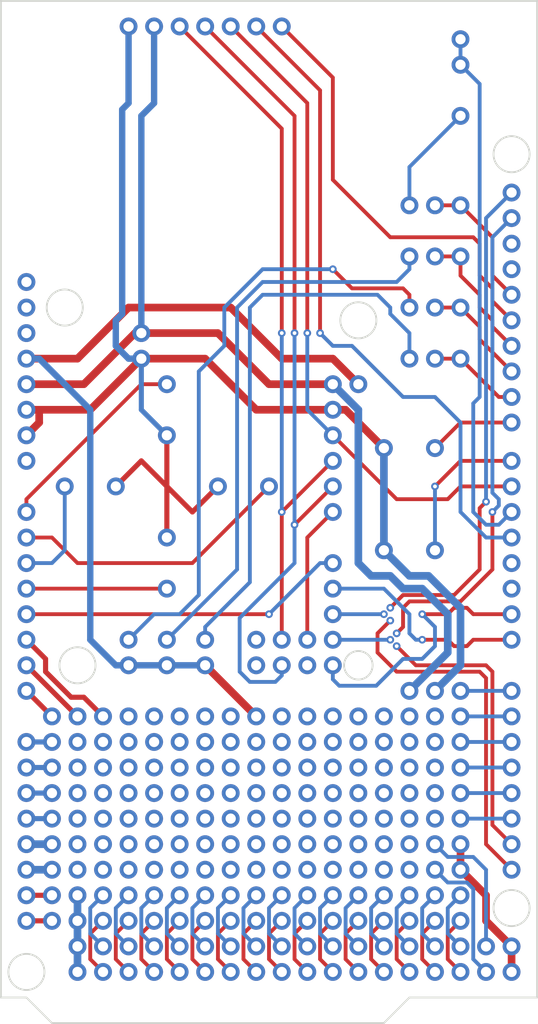
<source format=kicad_pcb>
(kicad_pcb (version 20171130) (host pcbnew "(5.1.9)-1")

  (general
    (thickness 1.6)
    (drawings 51)
    (tracks 682)
    (zones 0)
    (modules 0)
    (nets 1)
  )

  (page User 139.7 215.9)
  (layers
    (0 F.Cu mixed)
    (31 B.Cu mixed)
    (33 F.Adhes user hide)
    (35 F.Paste user hide)
    (37 F.SilkS user hide)
    (38 B.Mask user hide)
    (39 F.Mask user hide)
    (40 Dwgs.User user)
    (41 Cmts.User user hide)
    (42 Eco1.User user hide)
    (43 Eco2.User user hide)
    (44 Edge.Cuts user)
    (45 Margin user hide)
    (46 B.CrtYd user hide)
    (47 F.CrtYd user hide)
    (49 F.Fab user hide)
  )

  (setup
    (last_trace_width 0.381)
    (user_trace_width 0.381)
    (user_trace_width 0.508)
    (user_trace_width 0.635)
    (user_trace_width 0.762)
    (trace_clearance 0.254)
    (zone_clearance 0.508)
    (zone_45_only yes)
    (trace_min 0.1778)
    (via_size 1.524)
    (via_drill 0.889)
    (via_min_size 0.381)
    (via_min_drill 0.2794)
    (user_via 0.762 0.381)
    (user_via 1.27 0.635)
    (user_via 1.778 1.016)
    (user_via 2.286 1.524)
    (blind_buried_vias_allowed yes)
    (uvia_size 0.762)
    (uvia_drill 0.381)
    (uvias_allowed yes)
    (uvia_min_size 0.508)
    (uvia_min_drill 0.254)
    (edge_width 0.1778)
    (segment_width 0.1778)
    (pcb_text_width 0.3)
    (pcb_text_size 1.5 1.5)
    (mod_edge_width 0.1778)
    (mod_text_size 1 1)
    (mod_text_width 0.15)
    (pad_size 1.524 1.524)
    (pad_drill 0.762)
    (pad_to_mask_clearance 0)
    (aux_axis_origin 0 0)
    (grid_origin 8.89 8.89)
    (visible_elements 7FE8B01F)
    (pcbplotparams
      (layerselection 0x01100_ffffffff)
      (usegerberextensions false)
      (usegerberattributes true)
      (usegerberadvancedattributes true)
      (creategerberjobfile true)
      (gerberprecision 5)
      (excludeedgelayer true)
      (linewidth 0.127000)
      (plotframeref true)
      (viasonmask true)
      (mode 1)
      (useauxorigin false)
      (hpglpennumber 1)
      (hpglpenspeed 20)
      (hpglpendiameter 15.000000)
      (psnegative false)
      (psa4output false)
      (plotreference true)
      (plotvalue true)
      (plotinvisibletext false)
      (padsonsilk false)
      (subtractmaskfromsilk true)
      (outputformat 1)
      (mirror false)
      (drillshape 0)
      (scaleselection 1)
      (outputdirectory ""))
  )

  (net 0 "")

  (net_class Default "This is the default net class."
    (clearance 0.254)
    (trace_width 0.381)
    (via_dia 1.524)
    (via_drill 0.889)
    (uvia_dia 0.762)
    (uvia_drill 0.381)
  )

  (gr_circle (center 27.94 46.99) (end 29.21 48.26) (layer Edge.Cuts) (width 0.1778) (tstamp 604DB379))
  (gr_circle (center 57.15 48.26) (end 58.946051 48.26) (layer Edge.Cuts) (width 0.1778))
  (gr_line (start 62.23 115.57) (end 74.93 115.57) (layer Edge.Cuts) (width 0.1778) (tstamp 5FDE6659))
  (gr_line (start 59.69 118.11) (end 26.67 118.11) (layer Edge.Cuts) (width 0.1778) (tstamp 5FDE6656))
  (gr_circle (center 24.13 113.03) (end 25.4 114.3) (layer Edge.Cuts) (width 0.1778))
  (gr_line (start 59.69 118.11) (end 62.23 115.57) (layer Edge.Cuts) (width 0.1778))
  (gr_circle (center 72.39 106.68) (end 73.66 107.95) (layer Edge.Cuts) (width 0.1778))
  (gr_line (start 24.13 115.57) (end 26.67 118.11) (layer Edge.Cuts) (width 0.1778))
  (gr_line (start 21.59 115.57) (end 24.13 115.57) (layer Edge.Cuts) (width 0.1778))
  (gr_circle (center 29.21 82.55) (end 30.48 83.82) (layer Edge.Cuts) (width 0.1778))
  (gr_circle (center 57.15 82.55) (end 58.42 83.185) (layer Edge.Cuts) (width 0.1778))
  (gr_circle (center 72.39 31.75) (end 73.66 30.48) (layer Edge.Cuts) (width 0.1778))
  (gr_line (start 74.93 16.51) (end 21.59 16.51) (layer Edge.Cuts) (width 0.1778) (tstamp 5FC4A363))
  (gr_line (start 74.93 115.57) (end 74.93 16.51) (layer Edge.Cuts) (width 0.1778))
  (gr_line (start 21.59 16.51) (end 21.59 115.57) (layer Edge.Cuts) (width 0.1778))
  (gr_line (start 68.58 49.53) (end 68.58 45.72) (layer Dwgs.User) (width 0.15))
  (gr_line (start 60.96 49.53) (end 68.58 49.53) (layer Dwgs.User) (width 0.15))
  (gr_line (start 68.58 45.72) (end 60.96 45.72) (layer Dwgs.User) (width 0.15) (tstamp 5FC35979))
  (gr_line (start 60.96 45.72) (end 60.96 49.53) (layer Dwgs.User) (width 0.15))
  (gr_line (start 68.58 40.64) (end 60.96 40.64) (layer Dwgs.User) (width 0.15) (tstamp 5FC3595A))
  (gr_line (start 60.96 44.45) (end 68.58 44.45) (layer Dwgs.User) (width 0.15))
  (gr_line (start 60.96 40.64) (end 60.96 44.45) (layer Dwgs.User) (width 0.15))
  (gr_line (start 68.58 44.45) (end 68.58 40.64) (layer Dwgs.User) (width 0.15))
  (gr_line (start 68.58 35.56) (end 60.96 35.56) (layer Dwgs.User) (width 0.15) (tstamp 5FC35953))
  (gr_line (start 60.96 35.56) (end 60.96 39.37) (layer Dwgs.User) (width 0.15))
  (gr_line (start 60.96 39.37) (end 68.58 39.37) (layer Dwgs.User) (width 0.15))
  (gr_line (start 68.58 39.37) (end 68.58 35.56) (layer Dwgs.User) (width 0.15))
  (gr_circle (center 30.48 64.77) (end 33.02 64.77) (layer Dwgs.User) (width 0.15))
  (gr_circle (center 62.23 71.12) (end 64.77 71.12) (layer Dwgs.User) (width 0.15))
  (gr_line (start 25.4 45.72) (end 59.69 45.72) (layer Dwgs.User) (width 0.15))
  (gr_line (start 59.69 22.86) (end 25.4 22.86) (layer Dwgs.User) (width 0.15))
  (gr_line (start 68.58 50.8) (end 60.96 50.8) (layer Dwgs.User) (width 0.15) (tstamp 5FC3597F))
  (gr_line (start 68.58 54.61) (end 68.58 50.8) (layer Dwgs.User) (width 0.15))
  (gr_line (start 60.96 54.61) (end 68.58 54.61) (layer Dwgs.User) (width 0.15))
  (gr_line (start 60.96 50.8) (end 60.96 54.61) (layer Dwgs.User) (width 0.15))
  (gr_circle (center 67.31 24.13) (end 67.31 30.48) (layer Dwgs.User) (width 0.15))
  (gr_circle (center 45.72 64.77) (end 48.26 64.77) (layer Dwgs.User) (width 0.15))
  (gr_circle (center 38.1 72.39) (end 38.1 69.85) (layer Dwgs.User) (width 0.15))
  (gr_circle (center 38.1 57.15) (end 38.1 54.61) (layer Dwgs.User) (width 0.15))
  (gr_circle (center 62.23 60.96) (end 64.77 60.96) (layer Dwgs.User) (width 0.15))
  (gr_line (start 59.69 17.78) (end 25.4 17.78) (layer Dwgs.User) (width 0.15) (tstamp 5FC3435D))
  (gr_line (start 59.69 50.8) (end 59.69 17.78) (layer Dwgs.User) (width 0.15))
  (gr_line (start 25.4 50.8) (end 59.69 50.8) (layer Dwgs.User) (width 0.15))
  (gr_line (start 25.4 17.78) (end 25.4 50.8) (layer Dwgs.User) (width 0.15))
  (gr_line (start 53.34 78.74) (end 45.72 78.74) (layer Dwgs.User) (width 0.15) (tstamp 5FC342E7))
  (gr_line (start 53.34 83.82) (end 53.34 78.74) (layer Dwgs.User) (width 0.15))
  (gr_line (start 45.72 83.82) (end 53.34 83.82) (layer Dwgs.User) (width 0.15))
  (gr_line (start 45.72 78.74) (end 45.72 83.82) (layer Dwgs.User) (width 0.15))
  (gr_circle (center 41.91 81.28) (end 41.91 79.375) (layer Dwgs.User) (width 0.15))
  (gr_circle (center 38.1 81.28) (end 38.1 79.375) (layer Dwgs.User) (width 0.15))
  (gr_circle (center 34.29 81.28) (end 34.29 79.375) (layer Dwgs.User) (width 0.15))

  (via blind (at 49.53 67.31) (size 0.762) (drill 0.381) (layers F.Cu B.Cu) (net 0))
  (segment (start 35.56 54.61) (end 24.13 66.04) (width 0.381) (layer F.Cu) (net 0))
  (segment (start 24.13 66.04) (end 24.13 67.31) (width 0.381) (layer F.Cu) (net 0))
  (segment (start 26.67 72.39) (end 24.13 72.39) (width 0.381) (layer B.Cu) (net 0))
  (segment (start 40.64 72.39) (end 29.21 72.39) (width 0.381) (layer F.Cu) (net 0))
  (segment (start 29.21 72.39) (end 26.67 69.85) (width 0.381) (layer F.Cu) (net 0))
  (segment (start 26.67 69.85) (end 24.13 69.85) (width 0.381) (layer F.Cu) (net 0))
  (via blind (at 50.8 68.58) (size 0.762) (drill 0.381) (layers F.Cu B.Cu) (net 0))
  (segment (start 67.31 64.77) (end 66.04 66.04) (width 0.381) (layer F.Cu) (net 0))
  (segment (start 67.31 62.23) (end 64.77 64.77) (width 0.381) (layer F.Cu) (net 0))
  (via blind (at 64.77 64.77) (size 0.762) (drill 0.381) (layers F.Cu B.Cu) (net 0))
  (segment (start 43.815 46.99) (end 43.815 50.8) (width 0.381) (layer B.Cu) (net 0))
  (segment (start 47.625 43.18) (end 43.815 46.99) (width 0.381) (layer B.Cu) (net 0))
  (segment (start 47.625 44.45) (end 45.085 46.99) (width 0.381) (layer B.Cu) (net 0))
  (segment (start 62.23 43.18) (end 60.96 44.45) (width 0.381) (layer B.Cu) (net 0))
  (via blind (at 49.53 49.53) (size 0.762) (drill 0.381) (layers F.Cu B.Cu) (net 0))
  (segment (start 49.53 49.53) (end 49.53 67.31) (width 0.381) (layer B.Cu) (net 0) (tstamp 5FC36653))
  (via blind (at 50.8 49.53) (size 0.762) (drill 0.381) (layers F.Cu B.Cu) (net 0))
  (via blind (at 52.07 49.53) (size 0.762) (drill 0.381) (layers F.Cu B.Cu) (net 0))
  (segment (start 52.07 49.53) (end 52.07 57.15) (width 0.381) (layer B.Cu) (net 0) (tstamp 5FC3664F))
  (segment (start 52.07 57.15) (end 54.61 59.69) (width 0.381) (layer B.Cu) (net 0))
  (segment (start 48.26 54.61) (end 43.18 49.53) (width 0.762) (layer F.Cu) (net 0))
  (segment (start 43.18 49.53) (end 35.56 49.53) (width 0.762) (layer F.Cu) (net 0))
  (segment (start 62.23 33.02) (end 67.31 27.94) (width 0.381) (layer B.Cu) (net 0))
  (segment (start 52.07 69.85) (end 52.07 80.01) (width 0.381) (layer F.Cu) (net 0))
  (segment (start 49.53 67.31) (end 49.53 80.01) (width 0.381) (layer F.Cu) (net 0) (tstamp 5FC35249))
  (segment (start 27.94 71.12) (end 26.67 72.39) (width 0.381) (layer B.Cu) (net 0))
  (via (at 49.53 105.41) (size 1.778) (drill 1.016) (layers F.Cu B.Cu) (net 0))
  (via (at 46.99 105.41) (size 1.778) (drill 1.016) (layers F.Cu B.Cu) (net 0))
  (via (at 44.45 105.41) (size 1.778) (drill 1.016) (layers F.Cu B.Cu) (net 0))
  (via (at 41.91 105.41) (size 1.778) (drill 1.016) (layers F.Cu B.Cu) (net 0))
  (via (at 39.37 105.41) (size 1.778) (drill 1.016) (layers F.Cu B.Cu) (net 0))
  (via (at 36.83 105.41) (size 1.778) (drill 1.016) (layers F.Cu B.Cu) (net 0))
  (via (at 34.29 105.41) (size 1.778) (drill 1.016) (layers F.Cu B.Cu) (net 0))
  (via (at 31.75 105.41) (size 1.778) (drill 1.016) (layers F.Cu B.Cu) (net 0))
  (via (at 29.21 105.41) (size 1.778) (drill 1.016) (layers F.Cu B.Cu) (net 0))
  (via (at 29.21 107.95) (size 1.778) (drill 1.016) (layers F.Cu B.Cu) (net 0))
  (via (at 29.21 110.49) (size 1.778) (drill 1.016) (layers F.Cu B.Cu) (net 0))
  (via (at 29.21 113.03) (size 1.778) (drill 1.016) (layers F.Cu B.Cu) (net 0))
  (via (at 31.75 113.03) (size 1.778) (drill 1.016) (layers F.Cu B.Cu) (net 0))
  (via (at 31.75 110.49) (size 1.778) (drill 1.016) (layers F.Cu B.Cu) (net 0))
  (via (at 31.75 107.95) (size 1.778) (drill 1.016) (layers F.Cu B.Cu) (net 0))
  (via (at 34.29 107.95) (size 1.778) (drill 1.016) (layers F.Cu B.Cu) (net 0))
  (via (at 34.29 110.49) (size 1.778) (drill 1.016) (layers F.Cu B.Cu) (net 0))
  (via (at 34.29 113.03) (size 1.778) (drill 1.016) (layers F.Cu B.Cu) (net 0))
  (via (at 36.83 113.03) (size 1.778) (drill 1.016) (layers F.Cu B.Cu) (net 0))
  (via (at 36.83 110.49) (size 1.778) (drill 1.016) (layers F.Cu B.Cu) (net 0))
  (via (at 36.83 107.95) (size 1.778) (drill 1.016) (layers F.Cu B.Cu) (net 0))
  (via (at 39.37 107.95) (size 1.778) (drill 1.016) (layers F.Cu B.Cu) (net 0))
  (via (at 39.37 110.49) (size 1.778) (drill 1.016) (layers F.Cu B.Cu) (net 0))
  (via (at 39.37 113.03) (size 1.778) (drill 1.016) (layers F.Cu B.Cu) (net 0))
  (via (at 49.53 107.95) (size 1.778) (drill 1.016) (layers F.Cu B.Cu) (net 0))
  (via (at 46.99 107.95) (size 1.778) (drill 1.016) (layers F.Cu B.Cu) (net 0))
  (via (at 44.45 107.95) (size 1.778) (drill 1.016) (layers F.Cu B.Cu) (net 0))
  (via (at 41.91 107.95) (size 1.778) (drill 1.016) (layers F.Cu B.Cu) (net 0))
  (via (at 41.91 110.49) (size 1.778) (drill 1.016) (layers F.Cu B.Cu) (net 0))
  (via (at 41.91 113.03) (size 1.778) (drill 1.016) (layers F.Cu B.Cu) (net 0))
  (via (at 44.45 113.03) (size 1.778) (drill 1.016) (layers F.Cu B.Cu) (net 0))
  (via (at 44.45 110.49) (size 1.778) (drill 1.016) (layers F.Cu B.Cu) (net 0))
  (via (at 49.53 82.55) (size 1.778) (drill 1.016) (layers F.Cu B.Cu) (net 0))
  (via (at 49.53 80.01) (size 1.778) (drill 1.016) (layers F.Cu B.Cu) (net 0))
  (via (at 52.07 80.01) (size 1.778) (drill 1.016) (layers F.Cu B.Cu) (net 0))
  (via (at 52.07 82.55) (size 1.778) (drill 1.016) (layers F.Cu B.Cu) (net 0))
  (via (at 46.99 80.01) (size 1.778) (drill 1.016) (layers F.Cu B.Cu) (net 0))
  (via (at 46.99 82.55) (size 1.778) (drill 1.016) (layers F.Cu B.Cu) (net 0))
  (via (at 54.61 82.55) (size 1.778) (drill 1.016) (layers F.Cu B.Cu) (net 0))
  (via (at 54.61 80.01) (size 1.778) (drill 1.016) (layers F.Cu B.Cu) (net 0))
  (via (at 54.61 77.47) (size 1.778) (drill 1.016) (layers F.Cu B.Cu) (net 0))
  (via (at 54.61 74.93) (size 1.778) (drill 1.016) (layers F.Cu B.Cu) (net 0))
  (via (at 41.91 82.55) (size 1.778) (drill 1.016) (layers F.Cu B.Cu) (net 0))
  (via (at 41.91 80.01) (size 1.778) (drill 1.016) (layers F.Cu B.Cu) (net 0))
  (via (at 38.1 80.01) (size 1.778) (drill 1.016) (layers F.Cu B.Cu) (net 0))
  (via (at 38.1 82.55) (size 1.778) (drill 1.016) (layers F.Cu B.Cu) (net 0))
  (via (at 34.29 80.01) (size 1.778) (drill 1.016) (layers F.Cu B.Cu) (net 0))
  (via (at 24.13 74.93) (size 1.778) (drill 1.016) (layers F.Cu B.Cu) (net 0))
  (via (at 24.13 72.39) (size 1.778) (drill 1.016) (layers F.Cu B.Cu) (net 0))
  (via (at 24.13 69.85) (size 1.778) (drill 1.016) (layers F.Cu B.Cu) (net 0))
  (via (at 24.13 67.31) (size 1.778) (drill 1.016) (layers F.Cu B.Cu) (net 0))
  (via (at 24.13 90.17) (size 1.778) (drill 1.016) (layers F.Cu B.Cu) (net 0))
  (via (at 24.13 92.71) (size 1.778) (drill 1.016) (layers F.Cu B.Cu) (net 0))
  (via (at 26.67 92.71) (size 1.778) (drill 1.016) (layers F.Cu B.Cu) (net 0))
  (via (at 26.67 90.17) (size 1.778) (drill 1.016) (layers F.Cu B.Cu) (net 0))
  (via (at 72.39 80.01) (size 1.778) (drill 1.016) (layers F.Cu B.Cu) (net 0))
  (via (at 72.39 77.47) (size 1.778) (drill 1.016) (layers F.Cu B.Cu) (net 0))
  (via (at 72.39 74.93) (size 1.778) (drill 1.016) (layers F.Cu B.Cu) (net 0))
  (via (at 72.39 72.39) (size 1.778) (drill 1.016) (layers F.Cu B.Cu) (net 0))
  (via (at 72.39 67.31) (size 1.778) (drill 1.016) (layers F.Cu B.Cu) (net 0))
  (segment (start 72.39 64.77) (end 67.31 64.77) (width 0.381) (layer F.Cu) (net 0) (tstamp 5FDE63AB))
  (via (at 72.39 64.77) (size 1.778) (drill 1.016) (layers F.Cu B.Cu) (net 0))
  (segment (start 72.39 62.23) (end 67.31 62.23) (width 0.381) (layer F.Cu) (net 0) (tstamp 5FDE63AD))
  (via (at 72.39 62.23) (size 1.778) (drill 1.016) (layers F.Cu B.Cu) (net 0))
  (via (at 72.39 58.42) (size 1.778) (drill 1.016) (layers F.Cu B.Cu) (net 0))
  (via (at 72.39 55.88) (size 1.778) (drill 1.016) (layers F.Cu B.Cu) (net 0))
  (via (at 72.39 53.34) (size 1.778) (drill 1.016) (layers F.Cu B.Cu) (net 0))
  (via (at 72.39 50.8) (size 1.778) (drill 1.016) (layers F.Cu B.Cu) (net 0))
  (via (at 72.39 48.26) (size 1.778) (drill 1.016) (layers F.Cu B.Cu) (net 0))
  (via (at 72.39 45.72) (size 1.778) (drill 1.016) (layers F.Cu B.Cu) (net 0))
  (via (at 72.39 43.18) (size 1.778) (drill 1.016) (layers F.Cu B.Cu) (net 0))
  (via (at 72.39 40.64) (size 1.778) (drill 1.016) (layers F.Cu B.Cu) (net 0))
  (via (at 72.39 38.1) (size 1.778) (drill 1.016) (layers F.Cu B.Cu) (net 0))
  (via (at 72.39 35.56) (size 1.778) (drill 1.016) (layers F.Cu B.Cu) (net 0))
  (via (at 67.31 36.83) (size 1.778) (drill 1.016) (layers F.Cu B.Cu) (net 0))
  (via (at 64.77 36.83) (size 1.778) (drill 1.016) (layers F.Cu B.Cu) (net 0))
  (via (at 62.23 36.83) (size 1.778) (drill 1.016) (layers F.Cu B.Cu) (net 0))
  (via (at 62.23 41.91) (size 1.778) (drill 1.016) (layers F.Cu B.Cu) (net 0))
  (segment (start 62.23 41.91) (end 62.23 43.18) (width 0.381) (layer B.Cu) (net 0) (tstamp 5FDE63C3))
  (via (at 64.77 41.91) (size 1.778) (drill 1.016) (layers F.Cu B.Cu) (net 0))
  (via (at 67.31 41.91) (size 1.778) (drill 1.016) (layers F.Cu B.Cu) (net 0))
  (via (at 67.31 46.99) (size 1.778) (drill 1.016) (layers F.Cu B.Cu) (net 0))
  (via (at 64.77 46.99) (size 1.778) (drill 1.016) (layers F.Cu B.Cu) (net 0))
  (via (at 62.23 46.99) (size 1.778) (drill 1.016) (layers F.Cu B.Cu) (net 0))
  (via (at 62.23 52.07) (size 1.778) (drill 1.016) (layers F.Cu B.Cu) (net 0))
  (via (at 64.77 52.07) (size 1.778) (drill 1.016) (layers F.Cu B.Cu) (net 0))
  (via (at 67.31 52.07) (size 1.778) (drill 1.016) (layers F.Cu B.Cu) (net 0))
  (via (at 64.77 60.96) (size 1.778) (drill 1.016) (layers F.Cu B.Cu) (net 0))
  (via (at 64.77 71.12) (size 1.778) (drill 1.016) (layers F.Cu B.Cu) (net 0))
  (segment (start 54.61 67.31) (end 52.07 69.85) (width 0.381) (layer F.Cu) (net 0) (tstamp 5FDE63D7))
  (via (at 54.61 67.31) (size 1.778) (drill 1.016) (layers F.Cu B.Cu) (net 0))
  (segment (start 54.61 64.77) (end 50.8 68.58) (width 0.381) (layer F.Cu) (net 0) (tstamp 5FDE63D9))
  (via (at 54.61 64.77) (size 1.778) (drill 1.016) (layers F.Cu B.Cu) (net 0))
  (segment (start 54.61 62.23) (end 49.53 67.31) (width 0.381) (layer F.Cu) (net 0) (tstamp 5FDE63DB))
  (via (at 54.61 62.23) (size 1.778) (drill 1.016) (layers F.Cu B.Cu) (net 0))
  (via (at 54.61 59.69) (size 1.778) (drill 1.016) (layers F.Cu B.Cu) (net 0))
  (segment (start 54.61 54.61) (end 48.26 54.61) (width 0.762) (layer F.Cu) (net 0) (tstamp 5FDE63E1))
  (via (at 54.61 54.61) (size 1.778) (drill 1.016) (layers F.Cu B.Cu) (net 0))
  (segment (start 48.26 64.77) (end 40.64 72.39) (width 0.381) (layer F.Cu) (net 0) (tstamp 5FDE63E3))
  (via (at 48.26 64.77) (size 1.778) (drill 1.016) (layers F.Cu B.Cu) (net 0))
  (via (at 43.18 64.77) (size 1.778) (drill 1.016) (layers F.Cu B.Cu) (net 0))
  (via (at 38.1 69.85) (size 1.778) (drill 1.016) (layers F.Cu B.Cu) (net 0))
  (segment (start 38.1 74.93) (end 24.13 74.93) (width 0.381) (layer F.Cu) (net 0) (tstamp 5FDE63F8))
  (via (at 38.1 74.93) (size 1.778) (drill 1.016) (layers F.Cu B.Cu) (net 0))
  (segment (start 38.1 54.61) (end 35.56 54.61) (width 0.381) (layer F.Cu) (net 0) (tstamp 5FDE63FA))
  (via (at 38.1 54.61) (size 1.778) (drill 1.016) (layers F.Cu B.Cu) (net 0))
  (via (at 38.1 59.69) (size 1.778) (drill 1.016) (layers F.Cu B.Cu) (net 0))
  (via (at 33.02 64.77) (size 1.778) (drill 1.016) (layers F.Cu B.Cu) (net 0))
  (segment (start 27.94 64.77) (end 27.94 71.12) (width 0.381) (layer B.Cu) (net 0) (tstamp 5FDE6400))
  (via (at 27.94 64.77) (size 1.778) (drill 1.016) (layers F.Cu B.Cu) (net 0))
  (via (at 52.07 87.63) (size 1.778) (drill 1.016) (layers F.Cu B.Cu) (net 0))
  (via (at 49.53 87.63) (size 1.778) (drill 1.016) (layers F.Cu B.Cu) (net 0))
  (via (at 46.99 87.63) (size 1.778) (drill 1.016) (layers F.Cu B.Cu) (net 0))
  (via (at 44.45 87.63) (size 1.778) (drill 1.016) (layers F.Cu B.Cu) (net 0))
  (via (at 41.91 87.63) (size 1.778) (drill 1.016) (layers F.Cu B.Cu) (net 0))
  (via (at 39.37 87.63) (size 1.778) (drill 1.016) (layers F.Cu B.Cu) (net 0))
  (via (at 36.83 87.63) (size 1.778) (drill 1.016) (layers F.Cu B.Cu) (net 0))
  (via (at 31.75 87.63) (size 1.778) (drill 1.016) (layers F.Cu B.Cu) (net 0))
  (via (at 31.75 90.17) (size 1.778) (drill 1.016) (layers F.Cu B.Cu) (net 0))
  (via (at 31.75 92.71) (size 1.778) (drill 1.016) (layers F.Cu B.Cu) (net 0))
  (via (at 31.75 95.25) (size 1.778) (drill 1.016) (layers F.Cu B.Cu) (net 0))
  (via (at 31.75 97.79) (size 1.778) (drill 1.016) (layers F.Cu B.Cu) (net 0))
  (via (at 31.75 100.33) (size 1.778) (drill 1.016) (layers F.Cu B.Cu) (net 0))
  (via (at 31.75 102.87) (size 1.778) (drill 1.016) (layers F.Cu B.Cu) (net 0))
  (via (at 29.21 102.87) (size 1.778) (drill 1.016) (layers F.Cu B.Cu) (net 0))
  (via (at 26.67 102.87) (size 1.778) (drill 1.016) (layers F.Cu B.Cu) (net 0))
  (via (at 26.67 100.33) (size 1.778) (drill 1.016) (layers F.Cu B.Cu) (net 0))
  (via (at 24.13 100.33) (size 1.778) (drill 1.016) (layers F.Cu B.Cu) (net 0))
  (via (at 24.13 97.79) (size 1.778) (drill 1.016) (layers F.Cu B.Cu) (net 0))
  (via (at 26.67 97.79) (size 1.778) (drill 1.016) (layers F.Cu B.Cu) (net 0))
  (via (at 26.67 95.25) (size 1.778) (drill 1.016) (layers F.Cu B.Cu) (net 0))
  (via (at 24.13 95.25) (size 1.778) (drill 1.016) (layers F.Cu B.Cu) (net 0))
  (via (at 26.67 105.41) (size 1.778) (drill 1.016) (layers F.Cu B.Cu) (net 0))
  (via (at 24.13 105.41) (size 1.778) (drill 1.016) (layers F.Cu B.Cu) (net 0))
  (via (at 24.13 107.95) (size 1.778) (drill 1.016) (layers F.Cu B.Cu) (net 0))
  (via (at 24.13 102.87) (size 1.778) (drill 1.016) (layers F.Cu B.Cu) (net 0))
  (via (at 26.67 107.95) (size 1.778) (drill 1.016) (layers F.Cu B.Cu) (net 0))
  (via (at 29.21 100.33) (size 1.778) (drill 1.016) (layers F.Cu B.Cu) (net 0))
  (via (at 29.21 97.79) (size 1.778) (drill 1.016) (layers F.Cu B.Cu) (net 0))
  (via (at 29.21 95.25) (size 1.778) (drill 1.016) (layers F.Cu B.Cu) (net 0))
  (via (at 29.21 92.71) (size 1.778) (drill 1.016) (layers F.Cu B.Cu) (net 0))
  (via (at 29.21 90.17) (size 1.778) (drill 1.016) (layers F.Cu B.Cu) (net 0))
  (via (at 34.29 90.17) (size 1.778) (drill 1.016) (layers F.Cu B.Cu) (net 0))
  (via (at 36.83 90.17) (size 1.778) (drill 1.016) (layers F.Cu B.Cu) (net 0))
  (via (at 39.37 90.17) (size 1.778) (drill 1.016) (layers F.Cu B.Cu) (net 0))
  (via (at 39.37 92.71) (size 1.778) (drill 1.016) (layers F.Cu B.Cu) (net 0))
  (via (at 36.83 92.71) (size 1.778) (drill 1.016) (layers F.Cu B.Cu) (net 0))
  (via (at 34.29 92.71) (size 1.778) (drill 1.016) (layers F.Cu B.Cu) (net 0))
  (via (at 34.29 95.25) (size 1.778) (drill 1.016) (layers F.Cu B.Cu) (net 0))
  (via (at 34.29 97.79) (size 1.778) (drill 1.016) (layers F.Cu B.Cu) (net 0))
  (via (at 34.29 100.33) (size 1.778) (drill 1.016) (layers F.Cu B.Cu) (net 0))
  (via (at 34.29 102.87) (size 1.778) (drill 1.016) (layers F.Cu B.Cu) (net 0))
  (via (at 36.83 102.87) (size 1.778) (drill 1.016) (layers F.Cu B.Cu) (net 0))
  (via (at 36.83 100.33) (size 1.778) (drill 1.016) (layers F.Cu B.Cu) (net 0))
  (via (at 36.83 97.79) (size 1.778) (drill 1.016) (layers F.Cu B.Cu) (net 0))
  (via (at 36.83 95.25) (size 1.778) (drill 1.016) (layers F.Cu B.Cu) (net 0))
  (via (at 39.37 95.25) (size 1.778) (drill 1.016) (layers F.Cu B.Cu) (net 0))
  (via (at 39.37 97.79) (size 1.778) (drill 1.016) (layers F.Cu B.Cu) (net 0))
  (via (at 39.37 100.33) (size 1.778) (drill 1.016) (layers F.Cu B.Cu) (net 0))
  (via (at 39.37 102.87) (size 1.778) (drill 1.016) (layers F.Cu B.Cu) (net 0))
  (via (at 41.91 102.87) (size 1.778) (drill 1.016) (layers F.Cu B.Cu) (net 0))
  (via (at 44.45 102.87) (size 1.778) (drill 1.016) (layers F.Cu B.Cu) (net 0))
  (via (at 46.99 102.87) (size 1.778) (drill 1.016) (layers F.Cu B.Cu) (net 0))
  (via (at 49.53 102.87) (size 1.778) (drill 1.016) (layers F.Cu B.Cu) (net 0))
  (via (at 49.53 100.33) (size 1.778) (drill 1.016) (layers F.Cu B.Cu) (net 0))
  (via (at 46.99 100.33) (size 1.778) (drill 1.016) (layers F.Cu B.Cu) (net 0))
  (via (at 44.45 100.33) (size 1.778) (drill 1.016) (layers F.Cu B.Cu) (net 0))
  (via (at 41.91 100.33) (size 1.778) (drill 1.016) (layers F.Cu B.Cu) (net 0))
  (via (at 41.91 97.79) (size 1.778) (drill 1.016) (layers F.Cu B.Cu) (net 0))
  (via (at 44.45 97.79) (size 1.778) (drill 1.016) (layers F.Cu B.Cu) (net 0))
  (via (at 46.99 97.79) (size 1.778) (drill 1.016) (layers F.Cu B.Cu) (net 0))
  (via (at 49.53 97.79) (size 1.778) (drill 1.016) (layers F.Cu B.Cu) (net 0))
  (via (at 52.07 107.95) (size 1.778) (drill 1.016) (layers F.Cu B.Cu) (net 0))
  (via (at 49.53 95.25) (size 1.778) (drill 1.016) (layers F.Cu B.Cu) (net 0))
  (via (at 46.99 95.25) (size 1.778) (drill 1.016) (layers F.Cu B.Cu) (net 0))
  (via (at 44.45 95.25) (size 1.778) (drill 1.016) (layers F.Cu B.Cu) (net 0))
  (via (at 41.91 95.25) (size 1.778) (drill 1.016) (layers F.Cu B.Cu) (net 0))
  (via (at 41.91 92.71) (size 1.778) (drill 1.016) (layers F.Cu B.Cu) (net 0))
  (via (at 41.91 90.17) (size 1.778) (drill 1.016) (layers F.Cu B.Cu) (net 0))
  (via (at 44.45 90.17) (size 1.778) (drill 1.016) (layers F.Cu B.Cu) (net 0))
  (via (at 44.45 92.71) (size 1.778) (drill 1.016) (layers F.Cu B.Cu) (net 0))
  (via (at 46.99 92.71) (size 1.778) (drill 1.016) (layers F.Cu B.Cu) (net 0))
  (via (at 46.99 90.17) (size 1.778) (drill 1.016) (layers F.Cu B.Cu) (net 0))
  (via (at 49.53 90.17) (size 1.778) (drill 1.016) (layers F.Cu B.Cu) (net 0))
  (via (at 49.53 92.71) (size 1.778) (drill 1.016) (layers F.Cu B.Cu) (net 0))
  (via (at 52.07 92.71) (size 1.778) (drill 1.016) (layers F.Cu B.Cu) (net 0))
  (via (at 52.07 90.17) (size 1.778) (drill 1.016) (layers F.Cu B.Cu) (net 0))
  (via (at 24.13 62.23) (size 1.778) (drill 1.016) (layers F.Cu B.Cu) (net 0))
  (via (at 24.13 59.69) (size 1.778) (drill 1.016) (layers F.Cu B.Cu) (net 0))
  (via (at 24.13 57.15) (size 1.778) (drill 1.016) (layers F.Cu B.Cu) (net 0))
  (via (at 24.13 54.61) (size 1.778) (drill 1.016) (layers F.Cu B.Cu) (net 0))
  (via (at 24.13 52.07) (size 1.778) (drill 1.016) (layers F.Cu B.Cu) (net 0))
  (via (at 24.13 49.53) (size 1.778) (drill 1.016) (layers F.Cu B.Cu) (net 0))
  (via (at 24.13 46.99) (size 1.778) (drill 1.016) (layers F.Cu B.Cu) (net 0))
  (via (at 24.13 44.45) (size 1.778) (drill 1.016) (layers F.Cu B.Cu) (net 0))
  (via (at 49.53 19.05) (size 1.778) (drill 1.016) (layers F.Cu B.Cu) (net 0))
  (via (at 44.45 19.05) (size 1.778) (drill 1.016) (layers F.Cu B.Cu) (net 0))
  (via (at 41.91 19.05) (size 1.778) (drill 1.016) (layers F.Cu B.Cu) (net 0))
  (via (at 39.37 19.05) (size 1.778) (drill 1.016) (layers F.Cu B.Cu) (net 0))
  (via (at 36.83 19.05) (size 1.778) (drill 1.016) (layers F.Cu B.Cu) (net 0))
  (via (at 34.29 19.05) (size 1.778) (drill 1.016) (layers F.Cu B.Cu) (net 0))
  (via (at 67.31 27.94) (size 1.778) (drill 1.016) (layers F.Cu B.Cu) (net 0))
  (via (at 67.31 20.32) (size 1.778) (drill 1.016) (layers F.Cu B.Cu) (net 0))
  (via (at 57.15 110.49) (size 1.778) (drill 1.016) (layers F.Cu B.Cu) (net 0))
  (via (at 57.15 113.03) (size 1.778) (drill 1.016) (layers F.Cu B.Cu) (net 0))
  (via (at 59.69 113.03) (size 1.778) (drill 1.016) (layers F.Cu B.Cu) (net 0))
  (via (at 59.69 110.49) (size 1.778) (drill 1.016) (layers F.Cu B.Cu) (net 0))
  (via (at 62.23 110.49) (size 1.778) (drill 1.016) (layers F.Cu B.Cu) (net 0))
  (via (at 62.23 113.03) (size 1.778) (drill 1.016) (layers F.Cu B.Cu) (net 0))
  (via (at 46.99 110.49) (size 1.778) (drill 1.016) (layers F.Cu B.Cu) (net 0))
  (via (at 46.99 113.03) (size 1.778) (drill 1.016) (layers F.Cu B.Cu) (net 0))
  (via (at 49.53 110.49) (size 1.778) (drill 1.016) (layers F.Cu B.Cu) (net 0))
  (via (at 49.53 113.03) (size 1.778) (drill 1.016) (layers F.Cu B.Cu) (net 0))
  (via (at 52.07 113.03) (size 1.778) (drill 1.016) (layers F.Cu B.Cu) (net 0))
  (via (at 52.07 110.49) (size 1.778) (drill 1.016) (layers F.Cu B.Cu) (net 0))
  (segment (start 43.815 50.8) (end 41.275 53.34) (width 0.381) (layer B.Cu) (net 0))
  (segment (start 50.8 49.53) (end 50.8 68.58) (width 0.381) (layer B.Cu) (net 0))
  (via (at 67.31 22.86) (size 1.778) (drill 1.016) (layers F.Cu B.Cu) (net 0))
  (segment (start 67.31 22.86) (end 67.31 20.32) (width 0.381) (layer B.Cu) (net 0))
  (segment (start 31.75 113.03) (end 30.48 111.76) (width 0.381) (layer F.Cu) (net 0))
  (segment (start 30.48 111.76) (end 30.48 109.22) (width 0.381) (layer F.Cu) (net 0))
  (segment (start 34.29 113.03) (end 33.02 111.76) (width 0.381) (layer F.Cu) (net 0))
  (segment (start 33.02 111.76) (end 33.02 109.22) (width 0.381) (layer F.Cu) (net 0))
  (segment (start 36.83 113.03) (end 35.56 111.76) (width 0.381) (layer F.Cu) (net 0))
  (segment (start 35.56 111.76) (end 35.56 109.22) (width 0.381) (layer F.Cu) (net 0))
  (segment (start 39.37 113.03) (end 38.1 111.76) (width 0.381) (layer F.Cu) (net 0))
  (segment (start 38.1 111.76) (end 38.1 109.22) (width 0.381) (layer F.Cu) (net 0))
  (segment (start 41.91 113.03) (end 40.64 111.76) (width 0.381) (layer F.Cu) (net 0))
  (segment (start 40.64 111.76) (end 40.64 109.22) (width 0.381) (layer F.Cu) (net 0))
  (segment (start 44.45 113.03) (end 43.18 111.76) (width 0.381) (layer F.Cu) (net 0))
  (segment (start 43.18 111.76) (end 43.18 109.22) (width 0.381) (layer F.Cu) (net 0))
  (segment (start 46.99 113.03) (end 45.72 111.76) (width 0.381) (layer F.Cu) (net 0))
  (segment (start 45.72 111.76) (end 45.72 109.22) (width 0.381) (layer F.Cu) (net 0))
  (segment (start 49.53 113.03) (end 48.26 111.76) (width 0.381) (layer F.Cu) (net 0))
  (segment (start 48.26 111.76) (end 48.26 109.22) (width 0.381) (layer F.Cu) (net 0))
  (segment (start 31.75 110.49) (end 30.48 109.22) (width 0.381) (layer B.Cu) (net 0))
  (segment (start 34.29 110.49) (end 33.02 109.22) (width 0.381) (layer B.Cu) (net 0))
  (segment (start 36.83 110.49) (end 35.56 109.22) (width 0.381) (layer B.Cu) (net 0))
  (segment (start 38.1 109.22) (end 39.37 110.49) (width 0.381) (layer B.Cu) (net 0))
  (segment (start 41.91 110.49) (end 40.64 109.22) (width 0.381) (layer B.Cu) (net 0))
  (segment (start 43.18 109.22) (end 44.45 110.49) (width 0.381) (layer B.Cu) (net 0))
  (segment (start 46.99 110.49) (end 45.72 109.22) (width 0.381) (layer B.Cu) (net 0))
  (segment (start 48.26 109.22) (end 49.53 110.49) (width 0.381) (layer B.Cu) (net 0))
  (segment (start 49.53 29.21) (end 39.37 19.05) (width 0.381) (layer F.Cu) (net 0))
  (segment (start 49.53 49.53) (end 49.53 29.21) (width 0.381) (layer F.Cu) (net 0))
  (segment (start 50.8 27.94) (end 41.91 19.05) (width 0.381) (layer F.Cu) (net 0))
  (segment (start 50.8 49.53) (end 50.8 27.94) (width 0.381) (layer F.Cu) (net 0))
  (segment (start 52.07 26.67) (end 44.45 19.05) (width 0.381) (layer F.Cu) (net 0))
  (segment (start 52.07 49.53) (end 52.07 26.67) (width 0.381) (layer F.Cu) (net 0))
  (segment (start 54.61 24.13) (end 49.53 19.05) (width 0.381) (layer F.Cu) (net 0))
  (segment (start 54.61 34.29) (end 54.61 24.13) (width 0.381) (layer F.Cu) (net 0))
  (segment (start 24.13 59.69) (end 25.4 58.42) (width 0.762) (layer F.Cu) (net 0))
  (segment (start 25.4 58.42) (end 25.4 57.15) (width 0.762) (layer F.Cu) (net 0))
  (segment (start 60.96 66.04) (end 54.61 59.69) (width 0.381) (layer F.Cu) (net 0))
  (segment (start 60.96 66.04) (end 66.04 66.04) (width 0.381) (layer F.Cu) (net 0) (tstamp 601AB4D7))
  (segment (start 47.625 44.45) (end 60.96 44.45) (width 0.381) (layer B.Cu) (net 0))
  (segment (start 47.625 43.18) (end 54.61 43.18) (width 0.381) (layer B.Cu) (net 0))
  (via (at 24.13 77.47) (size 1.778) (drill 1.016) (layers F.Cu B.Cu) (net 0))
  (via (at 54.61 72.39) (size 1.778) (drill 1.016) (layers F.Cu B.Cu) (net 0))
  (via blind (at 48.26 77.47) (size 0.762) (drill 0.381) (layers F.Cu B.Cu) (net 0))
  (segment (start 54.61 72.39) (end 53.34 72.39) (width 0.381) (layer B.Cu) (net 0))
  (segment (start 53.34 72.39) (end 48.26 77.47) (width 0.381) (layer B.Cu) (net 0))
  (via (at 34.29 82.55) (size 1.778) (drill 1.016) (layers F.Cu B.Cu) (net 0))
  (segment (start 25.4 52.07) (end 30.48 57.15) (width 0.635) (layer B.Cu) (net 0))
  (segment (start 24.13 52.07) (end 25.4 52.07) (width 0.635) (layer B.Cu) (net 0))
  (segment (start 35.56 57.15) (end 38.1 59.69) (width 0.508) (layer B.Cu) (net 0))
  (segment (start 40.64 67.31) (end 43.18 64.77) (width 0.508) (layer F.Cu) (net 0))
  (segment (start 33.02 64.77) (end 35.56 62.23) (width 0.508) (layer F.Cu) (net 0))
  (segment (start 35.56 62.23) (end 40.64 67.31) (width 0.508) (layer F.Cu) (net 0))
  (segment (start 38.1 59.69) (end 38.1 69.85) (width 0.508) (layer F.Cu) (net 0))
  (via blind (at 54.61 43.18) (size 0.762) (drill 0.381) (layers F.Cu B.Cu) (net 0))
  (segment (start 54.61 54.61) (end 57.15 57.15) (width 0.762) (layer B.Cu) (net 0))
  (segment (start 48.26 77.47) (end 24.13 77.47) (width 0.381) (layer F.Cu) (net 0))
  (segment (start 30.48 57.15) (end 30.48 80.01) (width 0.635) (layer B.Cu) (net 0))
  (segment (start 30.48 80.01) (end 33.02 82.55) (width 0.635) (layer B.Cu) (net 0))
  (segment (start 33.02 82.55) (end 34.29 82.55) (width 0.635) (layer B.Cu) (net 0))
  (segment (start 34.29 82.55) (end 38.1 82.55) (width 0.635) (layer B.Cu) (net 0))
  (segment (start 38.1 82.55) (end 41.91 82.55) (width 0.635) (layer B.Cu) (net 0))
  (segment (start 34.29 80.01) (end 36.83 77.47) (width 0.381) (layer B.Cu) (net 0))
  (segment (start 36.83 77.47) (end 39.37 77.47) (width 0.381) (layer B.Cu) (net 0))
  (segment (start 39.37 77.47) (end 41.275 75.565) (width 0.381) (layer B.Cu) (net 0))
  (segment (start 38.1 80.01) (end 45.085 73.025) (width 0.381) (layer B.Cu) (net 0))
  (segment (start 45.085 46.99) (end 45.085 73.025) (width 0.381) (layer B.Cu) (net 0))
  (segment (start 41.91 80.01) (end 41.91 78.74) (width 0.381) (layer B.Cu) (net 0))
  (segment (start 41.91 78.74) (end 46.355 74.295) (width 0.381) (layer B.Cu) (net 0))
  (segment (start 41.275 75.565) (end 41.275 53.34) (width 0.381) (layer B.Cu) (net 0))
  (segment (start 70.485 43.815) (end 72.39 45.72) (width 0.381) (layer F.Cu) (net 0))
  (segment (start 70.485 40.005) (end 70.485 43.815) (width 0.381) (layer F.Cu) (net 0))
  (segment (start 54.61 34.29) (end 60.325 40.005) (width 0.381) (layer F.Cu) (net 0))
  (segment (start 60.325 40.005) (end 68.58 40.005) (width 0.381) (layer F.Cu) (net 0))
  (segment (start 68.58 40.005) (end 69.215 40.64) (width 0.381) (layer F.Cu) (net 0))
  (segment (start 69.215 40.64) (end 69.215 43.815) (width 0.381) (layer F.Cu) (net 0))
  (segment (start 69.215 43.815) (end 70.485 45.085) (width 0.381) (layer F.Cu) (net 0))
  (segment (start 70.485 46.355) (end 72.39 48.26) (width 0.381) (layer F.Cu) (net 0))
  (segment (start 70.485 45.085) (end 70.485 46.355) (width 0.381) (layer F.Cu) (net 0))
  (segment (start 70.485 48.895) (end 72.39 50.8) (width 0.381) (layer F.Cu) (net 0))
  (segment (start 69.215 46.99) (end 69.215 45.72) (width 0.381) (layer F.Cu) (net 0))
  (segment (start 70.485 48.26) (end 69.215 46.99) (width 0.381) (layer F.Cu) (net 0))
  (segment (start 62.23 46.99) (end 62.23 45.72) (width 0.381) (layer F.Cu) (net 0))
  (segment (start 62.23 45.72) (end 61.595 45.085) (width 0.381) (layer F.Cu) (net 0))
  (segment (start 56.515 45.085) (end 54.61 43.18) (width 0.381) (layer F.Cu) (net 0))
  (segment (start 61.595 45.085) (end 56.515 45.085) (width 0.381) (layer F.Cu) (net 0))
  (segment (start 62.23 36.83) (end 62.23 33.02) (width 0.381) (layer B.Cu) (net 0))
  (segment (start 38.1 106.68) (end 38.1 109.22) (width 0.381) (layer B.Cu) (net 0))
  (segment (start 40.64 106.68) (end 41.91 105.41) (width 0.381) (layer B.Cu) (net 0))
  (segment (start 40.64 109.22) (end 40.64 106.68) (width 0.381) (layer B.Cu) (net 0))
  (segment (start 39.37 105.41) (end 38.1 106.68) (width 0.381) (layer B.Cu) (net 0))
  (segment (start 44.45 105.41) (end 43.18 106.68) (width 0.381) (layer B.Cu) (net 0))
  (segment (start 49.53 105.41) (end 48.26 106.68) (width 0.381) (layer B.Cu) (net 0))
  (segment (start 45.72 106.68) (end 46.99 105.41) (width 0.381) (layer B.Cu) (net 0))
  (segment (start 43.18 106.68) (end 43.18 109.22) (width 0.381) (layer B.Cu) (net 0))
  (segment (start 45.72 109.22) (end 45.72 106.68) (width 0.381) (layer B.Cu) (net 0))
  (segment (start 48.26 106.68) (end 48.26 109.22) (width 0.381) (layer B.Cu) (net 0))
  (segment (start 38.1 109.22) (end 39.37 107.95) (width 0.381) (layer F.Cu) (net 0))
  (segment (start 30.48 106.68) (end 31.75 105.41) (width 0.381) (layer B.Cu) (net 0))
  (segment (start 30.48 109.22) (end 30.48 106.68) (width 0.381) (layer B.Cu) (net 0))
  (segment (start 35.56 109.22) (end 36.83 107.95) (width 0.381) (layer F.Cu) (net 0))
  (segment (start 43.18 109.22) (end 44.45 107.95) (width 0.381) (layer F.Cu) (net 0))
  (segment (start 40.64 109.22) (end 41.91 107.95) (width 0.381) (layer F.Cu) (net 0))
  (segment (start 33.02 109.22) (end 34.29 107.95) (width 0.381) (layer F.Cu) (net 0))
  (segment (start 30.48 109.22) (end 31.75 107.95) (width 0.381) (layer F.Cu) (net 0))
  (segment (start 35.56 106.68) (end 36.83 105.41) (width 0.381) (layer B.Cu) (net 0))
  (segment (start 45.72 109.22) (end 46.99 107.95) (width 0.381) (layer F.Cu) (net 0))
  (segment (start 48.26 109.22) (end 49.53 107.95) (width 0.381) (layer F.Cu) (net 0))
  (segment (start 35.56 109.22) (end 35.56 106.68) (width 0.381) (layer B.Cu) (net 0))
  (segment (start 33.02 106.68) (end 34.29 105.41) (width 0.381) (layer B.Cu) (net 0))
  (segment (start 33.02 109.22) (end 33.02 106.68) (width 0.381) (layer B.Cu) (net 0))
  (segment (start 64.77 64.77) (end 64.77 71.12) (width 0.381) (layer B.Cu) (net 0))
  (segment (start 67.31 58.42) (end 64.77 60.96) (width 0.381) (layer F.Cu) (net 0))
  (segment (start 72.39 58.42) (end 67.31 58.42) (width 0.381) (layer F.Cu) (net 0))
  (segment (start 60.325 73.66) (end 61.595 74.93) (width 0.762) (layer B.Cu) (net 0))
  (via (at 59.69 77.47) (size 0.762) (drill 0.381) (layers F.Cu B.Cu) (net 0))
  (segment (start 57.15 72.39) (end 58.42 73.66) (width 0.762) (layer B.Cu) (net 0))
  (segment (start 57.15 57.15) (end 57.15 72.39) (width 0.762) (layer B.Cu) (net 0))
  (via (at 72.39 102.87) (size 1.778) (drill 1.016) (layers F.Cu B.Cu) (net 0))
  (via (at 72.39 97.79) (size 1.778) (drill 1.016) (layers F.Cu B.Cu) (net 0))
  (via (at 72.39 95.25) (size 1.778) (drill 1.016) (layers F.Cu B.Cu) (net 0))
  (via (at 72.39 92.71) (size 1.778) (drill 1.016) (layers F.Cu B.Cu) (net 0))
  (via (at 72.39 90.17) (size 1.778) (drill 1.016) (layers F.Cu B.Cu) (net 0))
  (via (at 72.39 87.63) (size 1.778) (drill 1.016) (layers F.Cu B.Cu) (net 0))
  (via (at 72.39 85.09) (size 1.778) (drill 1.016) (layers F.Cu B.Cu) (net 0))
  (segment (start 46.355 74.295) (end 46.355 46.99) (width 0.381) (layer B.Cu) (net 0))
  (segment (start 46.355 46.99) (end 47.625 45.72) (width 0.381) (layer B.Cu) (net 0))
  (segment (start 47.625 45.72) (end 59.055 45.72) (width 0.381) (layer B.Cu) (net 0))
  (segment (start 59.055 45.72) (end 60.325 46.99) (width 0.381) (layer B.Cu) (net 0))
  (segment (start 60.325 46.99) (end 60.325 47.625) (width 0.381) (layer B.Cu) (net 0))
  (segment (start 60.325 47.625) (end 62.23 49.53) (width 0.381) (layer B.Cu) (net 0))
  (segment (start 62.23 49.53) (end 62.23 52.07) (width 0.381) (layer B.Cu) (net 0))
  (via (at 54.61 110.49) (size 1.778) (drill 1.016) (layers F.Cu B.Cu) (net 0))
  (via (at 54.61 113.03) (size 1.778) (drill 1.016) (layers F.Cu B.Cu) (net 0))
  (via (at 64.77 113.03) (size 1.778) (drill 1.016) (layers F.Cu B.Cu) (net 0))
  (via (at 64.77 110.49) (size 1.778) (drill 1.016) (layers F.Cu B.Cu) (net 0))
  (via (at 67.31 110.49) (size 1.778) (drill 1.016) (layers F.Cu B.Cu) (net 0))
  (via (at 67.31 113.03) (size 1.778) (drill 1.016) (layers F.Cu B.Cu) (net 0))
  (via (at 69.85 113.03) (size 1.778) (drill 1.016) (layers F.Cu B.Cu) (net 0))
  (via (at 69.85 110.49) (size 1.778) (drill 1.016) (layers F.Cu B.Cu) (net 0))
  (segment (start 72.39 102.87) (end 69.85 100.33) (width 0.381) (layer F.Cu) (net 0))
  (via (at 52.07 95.25) (size 1.778) (drill 1.016) (layers F.Cu B.Cu) (net 0))
  (via (at 52.07 97.79) (size 1.778) (drill 1.016) (layers F.Cu B.Cu) (net 0))
  (via (at 52.07 100.33) (size 1.778) (drill 1.016) (layers F.Cu B.Cu) (net 0))
  (segment (start 72.39 80.01) (end 68.58 80.01) (width 0.381) (layer F.Cu) (net 0))
  (segment (start 68.58 80.01) (end 67.945 80.645) (width 0.381) (layer F.Cu) (net 0))
  (segment (start 67.945 80.645) (end 66.675 80.645) (width 0.381) (layer F.Cu) (net 0))
  (segment (start 66.675 80.645) (end 66.04 80.01) (width 0.381) (layer F.Cu) (net 0))
  (segment (start 72.39 77.47) (end 68.58 77.47) (width 0.381) (layer F.Cu) (net 0))
  (segment (start 68.58 77.47) (end 67.945 76.835) (width 0.381) (layer F.Cu) (net 0))
  (segment (start 67.945 76.835) (end 66.675 76.835) (width 0.381) (layer F.Cu) (net 0))
  (segment (start 66.675 76.835) (end 66.04 77.47) (width 0.381) (layer F.Cu) (net 0))
  (segment (start 69.85 38.1) (end 72.39 35.56) (width 0.381) (layer B.Cu) (net 0))
  (segment (start 72.39 38.1) (end 70.485 40.005) (width 0.381) (layer B.Cu) (net 0))
  (segment (start 72.39 67.31) (end 71.12 68.58) (width 0.381) (layer B.Cu) (net 0))
  (segment (start 71.12 66.675) (end 71.12 66.04) (width 0.381) (layer B.Cu) (net 0))
  (segment (start 71.12 66.04) (end 70.485 65.405) (width 0.381) (layer B.Cu) (net 0))
  (segment (start 70.485 65.405) (end 70.485 40.005) (width 0.381) (layer B.Cu) (net 0))
  (segment (start 70.485 67.31) (end 71.12 66.675) (width 0.381) (layer B.Cu) (net 0) (tstamp 604DA6BC))
  (via blind (at 70.485 67.31) (size 0.762) (drill 0.381) (layers F.Cu B.Cu) (net 0))
  (via blind (at 69.85 66.294) (size 0.762) (drill 0.381) (layers F.Cu B.Cu) (net 0))
  (segment (start 71.12 68.58) (end 69.85 68.58) (width 0.381) (layer B.Cu) (net 0))
  (segment (start 69.85 68.58) (end 68.58 67.31) (width 0.381) (layer B.Cu) (net 0))
  (segment (start 68.58 67.31) (end 68.58 56.515) (width 0.381) (layer B.Cu) (net 0))
  (segment (start 68.58 56.515) (end 69.215 55.88) (width 0.381) (layer B.Cu) (net 0))
  (segment (start 69.215 55.88) (end 69.215 24.765) (width 0.381) (layer B.Cu) (net 0))
  (segment (start 67.31 22.86) (end 69.215 24.765) (width 0.381) (layer B.Cu) (net 0))
  (segment (start 69.85 38.1) (end 69.85 66.294) (width 0.381) (layer B.Cu) (net 0))
  (segment (start 69.85 66.294) (end 69.215 66.929) (width 0.381) (layer F.Cu) (net 0))
  (segment (start 69.215 66.929) (end 69.215 73.025) (width 0.381) (layer F.Cu) (net 0))
  (segment (start 69.215 73.025) (end 66.675 75.565) (width 0.381) (layer F.Cu) (net 0))
  (segment (start 67.31 76.2) (end 62.23 76.2) (width 0.381) (layer F.Cu) (net 0))
  (segment (start 70.485 73.025) (end 67.31 76.2) (width 0.381) (layer F.Cu) (net 0))
  (segment (start 70.485 67.31) (end 70.485 73.025) (width 0.381) (layer F.Cu) (net 0))
  (segment (start 59.69 77.47) (end 54.61 77.47) (width 0.381) (layer B.Cu) (net 0))
  (segment (start 54.61 80.01) (end 60.325 80.01) (width 0.381) (layer B.Cu) (net 0))
  (segment (start 61.595 75.565) (end 66.675 75.565) (width 0.381) (layer F.Cu) (net 0))
  (segment (start 61.595 78.74) (end 61.595 76.835) (width 0.381) (layer F.Cu) (net 0))
  (segment (start 61.595 76.835) (end 62.23 76.2) (width 0.381) (layer F.Cu) (net 0))
  (segment (start 60.96 83.185) (end 59.055 81.28) (width 0.381) (layer F.Cu) (net 0))
  (segment (start 59.055 81.28) (end 59.055 79.375) (width 0.381) (layer F.Cu) (net 0))
  (segment (start 59.055 79.375) (end 60.325 78.105) (width 0.381) (layer F.Cu) (net 0))
  (segment (start 62.865 80.01) (end 62.23 79.375) (width 0.381) (layer B.Cu) (net 0))
  (segment (start 62.23 79.375) (end 62.23 77.47) (width 0.381) (layer B.Cu) (net 0))
  (segment (start 59.69 74.93) (end 54.61 74.93) (width 0.381) (layer B.Cu) (net 0))
  (segment (start 62.23 77.47) (end 59.69 74.93) (width 0.381) (layer B.Cu) (net 0))
  (segment (start 54.61 83.947) (end 55.245 84.582) (width 0.381) (layer B.Cu) (net 0))
  (segment (start 66.04 77.47) (end 63.5 77.47) (width 0.381) (layer F.Cu) (net 0))
  (segment (start 66.04 80.01) (end 63.5 80.01) (width 0.381) (layer F.Cu) (net 0))
  (segment (start 29.21 105.41) (end 29.21 113.03) (width 0.762) (layer B.Cu) (net 0))
  (segment (start 60.325 76.835) (end 61.595 75.565) (width 0.381) (layer F.Cu) (net 0) (tstamp 604DAE13))
  (via (at 60.325 76.835) (size 0.762) (drill 0.381) (layers F.Cu B.Cu) (net 0))
  (segment (start 63.5 80.01) (end 62.865 80.01) (width 0.381) (layer B.Cu) (net 0) (tstamp 604DAF07))
  (via blind (at 63.5 80.01) (size 0.762) (drill 0.381) (layers F.Cu B.Cu) (net 0))
  (via blind (at 63.5 77.47) (size 0.762) (drill 0.381) (layers F.Cu B.Cu) (net 0))
  (segment (start 60.96 79.375) (end 61.595 78.74) (width 0.381) (layer F.Cu) (net 0) (tstamp 604DAF0B))
  (via (at 60.96 79.375) (size 0.762) (drill 0.381) (layers F.Cu B.Cu) (net 0))
  (via (at 60.325 80.01) (size 0.762) (drill 0.381) (layers F.Cu B.Cu) (net 0))
  (via (at 60.325 78.105) (size 0.762) (drill 0.381) (layers F.Cu B.Cu) (net 0))
  (segment (start 24.13 97.79) (end 26.67 97.79) (width 0.508) (layer B.Cu) (net 0))
  (segment (start 24.13 95.25) (end 26.67 95.25) (width 0.508) (layer B.Cu) (net 0))
  (segment (start 24.13 92.71) (end 26.67 92.71) (width 0.508) (layer B.Cu) (net 0))
  (segment (start 24.13 90.17) (end 26.67 90.17) (width 0.508) (layer B.Cu) (net 0))
  (segment (start 24.13 105.41) (end 26.67 105.41) (width 0.508) (layer F.Cu) (net 0))
  (segment (start 24.13 107.95) (end 26.67 107.95) (width 0.508) (layer F.Cu) (net 0))
  (segment (start 24.13 100.33) (end 26.67 100.33) (width 0.762) (layer B.Cu) (net 0))
  (segment (start 24.13 102.87) (end 26.67 102.87) (width 0.762) (layer B.Cu) (net 0))
  (segment (start 35.56 52.07) (end 35.56 57.15) (width 0.508) (layer B.Cu) (net 0) (tstamp 604DB1A0))
  (via (at 35.56 52.07) (size 1.778) (drill 1.016) (layers F.Cu B.Cu) (net 0))
  (via (at 35.56 49.53) (size 1.778) (drill 1.016) (layers F.Cu B.Cu) (net 0))
  (segment (start 35.56 49.53) (end 35.56 27.94) (width 0.635) (layer B.Cu) (net 0))
  (segment (start 36.83 26.67) (end 36.83 19.05) (width 0.635) (layer B.Cu) (net 0))
  (segment (start 35.56 27.94) (end 36.83 26.67) (width 0.635) (layer B.Cu) (net 0))
  (segment (start 34.29 19.05) (end 34.29 26.67) (width 0.635) (layer B.Cu) (net 0))
  (segment (start 34.29 26.67) (end 33.655 27.305) (width 0.635) (layer B.Cu) (net 0))
  (segment (start 33.655 27.305) (end 33.655 47.625) (width 0.635) (layer B.Cu) (net 0))
  (segment (start 33.655 47.625) (end 33.02 48.26) (width 0.635) (layer B.Cu) (net 0))
  (segment (start 33.02 48.26) (end 33.02 50.8) (width 0.635) (layer B.Cu) (net 0))
  (segment (start 33.02 50.8) (end 34.29 52.07) (width 0.635) (layer B.Cu) (net 0))
  (segment (start 34.29 52.07) (end 35.56 52.07) (width 0.635) (layer B.Cu) (net 0))
  (via (at 57.15 54.61) (size 1.778) (drill 1.016) (layers F.Cu B.Cu) (net 0))
  (segment (start 57.15 54.61) (end 54.61 52.07) (width 0.762) (layer F.Cu) (net 0))
  (segment (start 54.61 52.07) (end 49.53 52.07) (width 0.762) (layer F.Cu) (net 0))
  (segment (start 49.53 52.07) (end 44.45 46.99) (width 0.762) (layer F.Cu) (net 0))
  (via (at 46.99 19.05) (size 1.778) (drill 1.016) (layers F.Cu B.Cu) (net 0))
  (via blind (at 53.34 49.53) (size 0.762) (drill 0.381) (layers F.Cu B.Cu) (net 0))
  (segment (start 56.515 50.8) (end 54.61 50.8) (width 0.381) (layer B.Cu) (net 0))
  (segment (start 54.61 50.8) (end 53.34 49.53) (width 0.381) (layer B.Cu) (net 0))
  (segment (start 72.39 69.85) (end 69.85 69.85) (width 0.381) (layer B.Cu) (net 0))
  (segment (start 67.31 58.42) (end 67.31 67.31) (width 0.381) (layer B.Cu) (net 0))
  (segment (start 64.77 55.88) (end 67.31 58.42) (width 0.381) (layer B.Cu) (net 0))
  (segment (start 67.31 67.31) (end 69.85 69.85) (width 0.381) (layer B.Cu) (net 0))
  (segment (start 61.595 55.88) (end 56.515 50.8) (width 0.381) (layer B.Cu) (net 0))
  (segment (start 64.77 55.88) (end 61.595 55.88) (width 0.381) (layer B.Cu) (net 0))
  (segment (start 53.34 49.53) (end 53.34 25.4) (width 0.381) (layer F.Cu) (net 0))
  (segment (start 53.34 25.4) (end 46.99 19.05) (width 0.381) (layer F.Cu) (net 0))
  (via (at 72.39 69.85) (size 1.778) (drill 1.016) (layers F.Cu B.Cu) (net 0))
  (segment (start 63.5 74.93) (end 61.595 74.93) (width 0.762) (layer B.Cu) (net 0))
  (segment (start 60.325 73.66) (end 58.42 73.66) (width 0.762) (layer B.Cu) (net 0))
  (segment (start 50.8 72.39) (end 50.8 68.58) (width 0.381) (layer B.Cu) (net 0))
  (segment (start 45.339 77.851) (end 50.8 72.39) (width 0.381) (layer B.Cu) (net 0))
  (segment (start 45.339 83.185) (end 45.339 77.851) (width 0.381) (layer B.Cu) (net 0))
  (segment (start 46.355 84.201) (end 45.339 83.185) (width 0.381) (layer B.Cu) (net 0))
  (segment (start 48.895 84.201) (end 46.355 84.201) (width 0.381) (layer B.Cu) (net 0))
  (segment (start 49.53 83.566) (end 48.895 84.201) (width 0.381) (layer B.Cu) (net 0))
  (segment (start 49.53 82.55) (end 49.53 83.566) (width 0.381) (layer B.Cu) (net 0))
  (segment (start 54.61 83.947) (end 54.61 82.55) (width 0.381) (layer B.Cu) (net 0))
  (segment (start 64.77 78.74) (end 63.5 77.47) (width 0.381) (layer B.Cu) (net 0))
  (segment (start 63.5 81.915) (end 64.77 80.645) (width 0.381) (layer B.Cu) (net 0))
  (segment (start 64.77 80.645) (end 64.77 78.74) (width 0.381) (layer B.Cu) (net 0))
  (segment (start 61.595 81.915) (end 63.5 81.915) (width 0.381) (layer B.Cu) (net 0))
  (segment (start 58.928 84.582) (end 61.595 81.915) (width 0.381) (layer B.Cu) (net 0))
  (segment (start 58.928 84.582) (end 55.245 84.582) (width 0.381) (layer B.Cu) (net 0))
  (segment (start 44.45 46.99) (end 34.29 46.99) (width 0.762) (layer F.Cu) (net 0))
  (segment (start 34.29 46.99) (end 29.21 52.07) (width 0.762) (layer F.Cu) (net 0))
  (segment (start 29.21 52.07) (end 24.13 52.07) (width 0.762) (layer F.Cu) (net 0))
  (segment (start 35.56 49.53) (end 34.925 49.53) (width 0.762) (layer F.Cu) (net 0))
  (segment (start 34.925 49.53) (end 29.845 54.61) (width 0.762) (layer F.Cu) (net 0))
  (segment (start 35.56 52.07) (end 30.48 57.15) (width 0.762) (layer F.Cu) (net 0))
  (segment (start 29.845 54.61) (end 24.13 54.61) (width 0.762) (layer F.Cu) (net 0))
  (segment (start 30.48 57.15) (end 25.4 57.15) (width 0.762) (layer F.Cu) (net 0))
  (segment (start 25.4 57.15) (end 24.13 57.15) (width 0.762) (layer F.Cu) (net 0))
  (segment (start 41.91 82.55) (end 46.99 87.63) (width 0.762) (layer F.Cu) (net 0))
  (segment (start 67.31 52.07) (end 71.12 55.88) (width 0.381) (layer F.Cu) (net 0))
  (segment (start 72.39 55.88) (end 71.12 55.88) (width 0.381) (layer F.Cu) (net 0))
  (segment (start 67.31 46.99) (end 64.77 46.99) (width 0.381) (layer F.Cu) (net 0))
  (segment (start 67.31 41.91) (end 64.77 41.91) (width 0.381) (layer F.Cu) (net 0))
  (segment (start 67.31 41.91) (end 67.31 43.815) (width 0.381) (layer F.Cu) (net 0))
  (segment (start 67.31 43.815) (end 69.215 45.72) (width 0.381) (layer F.Cu) (net 0))
  (segment (start 70.485 48.895) (end 70.485 48.26) (width 0.381) (layer F.Cu) (net 0))
  (segment (start 69.215 48.895) (end 67.31 46.99) (width 0.381) (layer F.Cu) (net 0))
  (segment (start 72.39 53.34) (end 69.215 50.165) (width 0.381) (layer F.Cu) (net 0))
  (segment (start 69.215 48.895) (end 69.215 50.165) (width 0.381) (layer F.Cu) (net 0))
  (segment (start 70.485 40.005) (end 67.31 36.83) (width 0.381) (layer F.Cu) (net 0))
  (segment (start 67.31 36.83) (end 64.77 36.83) (width 0.381) (layer F.Cu) (net 0))
  (via (at 54.61 87.63) (size 1.778) (drill 1.016) (layers F.Cu B.Cu) (net 0) (tstamp 60E0883C))
  (via (at 57.15 87.63) (size 1.778) (drill 1.016) (layers F.Cu B.Cu) (net 0) (tstamp 60E0883D))
  (via (at 59.69 87.63) (size 1.778) (drill 1.016) (layers F.Cu B.Cu) (net 0) (tstamp 60E0883E))
  (via (at 57.15 100.33) (size 1.778) (drill 1.016) (layers F.Cu B.Cu) (net 0) (tstamp 60E0883F))
  (via (at 57.15 92.71) (size 1.778) (drill 1.016) (layers F.Cu B.Cu) (net 0) (tstamp 60E08840))
  (via (at 54.61 100.33) (size 1.778) (drill 1.016) (layers F.Cu B.Cu) (net 0) (tstamp 60E08841))
  (via (at 54.61 97.79) (size 1.778) (drill 1.016) (layers F.Cu B.Cu) (net 0) (tstamp 60E08842))
  (via (at 54.61 92.71) (size 1.778) (drill 1.016) (layers F.Cu B.Cu) (net 0) (tstamp 60E08843))
  (via (at 54.61 95.25) (size 1.778) (drill 1.016) (layers F.Cu B.Cu) (net 0) (tstamp 60E08844))
  (via (at 59.69 95.25) (size 1.778) (drill 1.016) (layers F.Cu B.Cu) (net 0) (tstamp 60E08845))
  (via (at 59.69 92.71) (size 1.778) (drill 1.016) (layers F.Cu B.Cu) (net 0) (tstamp 60E08846))
  (via (at 59.69 102.87) (size 1.778) (drill 1.016) (layers F.Cu B.Cu) (net 0) (tstamp 60E08847))
  (via (at 57.15 90.17) (size 1.778) (drill 1.016) (layers F.Cu B.Cu) (net 0) (tstamp 60E08848))
  (via (at 57.15 102.87) (size 1.778) (drill 1.016) (layers F.Cu B.Cu) (net 0) (tstamp 60E08849))
  (via (at 59.69 90.17) (size 1.778) (drill 1.016) (layers F.Cu B.Cu) (net 0) (tstamp 60E0884A))
  (via (at 57.15 95.25) (size 1.778) (drill 1.016) (layers F.Cu B.Cu) (net 0) (tstamp 60E0884B))
  (via (at 59.69 97.79) (size 1.778) (drill 1.016) (layers F.Cu B.Cu) (net 0) (tstamp 60E0884C))
  (via (at 57.15 97.79) (size 1.778) (drill 1.016) (layers F.Cu B.Cu) (net 0) (tstamp 60E0884D))
  (via (at 54.61 102.87) (size 1.778) (drill 1.016) (layers F.Cu B.Cu) (net 0) (tstamp 60E0884E))
  (via (at 54.61 90.17) (size 1.778) (drill 1.016) (layers F.Cu B.Cu) (net 0) (tstamp 60E0884F))
  (via (at 59.69 100.33) (size 1.778) (drill 1.016) (layers F.Cu B.Cu) (net 0) (tstamp 60E08850))
  (via (at 62.23 87.63) (size 1.778) (drill 1.016) (layers F.Cu B.Cu) (net 0) (tstamp 60E0883C))
  (via (at 64.77 87.63) (size 1.778) (drill 1.016) (layers F.Cu B.Cu) (net 0) (tstamp 60E0883D))
  (via (at 67.31 87.63) (size 1.778) (drill 1.016) (layers F.Cu B.Cu) (net 0) (tstamp 60E0883E))
  (via (at 64.77 100.33) (size 1.778) (drill 1.016) (layers F.Cu B.Cu) (net 0) (tstamp 60E0883F))
  (via (at 64.77 92.71) (size 1.778) (drill 1.016) (layers F.Cu B.Cu) (net 0) (tstamp 60E08840))
  (via (at 62.23 100.33) (size 1.778) (drill 1.016) (layers F.Cu B.Cu) (net 0) (tstamp 60E08841))
  (via (at 62.23 97.79) (size 1.778) (drill 1.016) (layers F.Cu B.Cu) (net 0) (tstamp 60E08842))
  (via (at 62.23 92.71) (size 1.778) (drill 1.016) (layers F.Cu B.Cu) (net 0) (tstamp 60E08843))
  (via (at 62.23 95.25) (size 1.778) (drill 1.016) (layers F.Cu B.Cu) (net 0) (tstamp 60E08844))
  (via (at 67.31 95.25) (size 1.778) (drill 1.016) (layers F.Cu B.Cu) (net 0) (tstamp 60E08845))
  (via (at 67.31 92.71) (size 1.778) (drill 1.016) (layers F.Cu B.Cu) (net 0) (tstamp 60E08846))
  (via (at 67.31 102.87) (size 1.778) (drill 1.016) (layers F.Cu B.Cu) (net 0) (tstamp 60E08847))
  (via (at 64.77 90.17) (size 1.778) (drill 1.016) (layers F.Cu B.Cu) (net 0) (tstamp 60E08848))
  (via (at 64.77 102.87) (size 1.778) (drill 1.016) (layers F.Cu B.Cu) (net 0) (tstamp 60E08849))
  (via (at 67.31 90.17) (size 1.778) (drill 1.016) (layers F.Cu B.Cu) (net 0) (tstamp 60E0884A))
  (via (at 64.77 95.25) (size 1.778) (drill 1.016) (layers F.Cu B.Cu) (net 0) (tstamp 60E0884B))
  (via (at 67.31 97.79) (size 1.778) (drill 1.016) (layers F.Cu B.Cu) (net 0) (tstamp 60E0884C))
  (via (at 64.77 97.79) (size 1.778) (drill 1.016) (layers F.Cu B.Cu) (net 0) (tstamp 60E0884D))
  (via (at 62.23 102.87) (size 1.778) (drill 1.016) (layers F.Cu B.Cu) (net 0) (tstamp 60E0884E))
  (via (at 62.23 90.17) (size 1.778) (drill 1.016) (layers F.Cu B.Cu) (net 0) (tstamp 60E0884F))
  (via (at 67.31 100.33) (size 1.778) (drill 1.016) (layers F.Cu B.Cu) (net 0) (tstamp 60E08850))
  (via (at 67.31 105.41) (size 1.778) (drill 1.016) (layers F.Cu B.Cu) (net 0))
  (via (at 64.77 105.41) (size 1.778) (drill 1.016) (layers F.Cu B.Cu) (net 0))
  (via (at 62.23 105.41) (size 1.778) (drill 1.016) (layers F.Cu B.Cu) (net 0))
  (via (at 59.69 105.41) (size 1.778) (drill 1.016) (layers F.Cu B.Cu) (net 0))
  (via (at 57.15 105.41) (size 1.778) (drill 1.016) (layers F.Cu B.Cu) (net 0))
  (via (at 54.61 105.41) (size 1.778) (drill 1.016) (layers F.Cu B.Cu) (net 0))
  (via (at 72.39 110.49) (size 1.778) (drill 1.016) (layers F.Cu B.Cu) (net 0))
  (via (at 72.39 113.03) (size 1.778) (drill 1.016) (layers F.Cu B.Cu) (net 0))
  (via (at 52.07 102.87) (size 1.778) (drill 1.016) (layers F.Cu B.Cu) (net 0))
  (via (at 52.07 105.41) (size 1.778) (drill 1.016) (layers F.Cu B.Cu) (net 0))
  (via (at 54.61 107.95) (size 1.778) (drill 1.016) (layers F.Cu B.Cu) (net 0))
  (via (at 57.15 107.95) (size 1.778) (drill 1.016) (layers F.Cu B.Cu) (net 0))
  (via (at 59.69 107.95) (size 1.778) (drill 1.016) (layers F.Cu B.Cu) (net 0))
  (via (at 62.23 107.95) (size 1.778) (drill 1.016) (layers F.Cu B.Cu) (net 0))
  (via (at 64.77 107.95) (size 1.778) (drill 1.016) (layers F.Cu B.Cu) (net 0))
  (via (at 67.31 107.95) (size 1.778) (drill 1.016) (layers F.Cu B.Cu) (net 0))
  (segment (start 72.39 113.03) (end 72.39 110.49) (width 0.762) (layer F.Cu) (net 0))
  (segment (start 72.39 110.49) (end 69.85 107.95) (width 0.762) (layer F.Cu) (net 0))
  (segment (start 69.85 105.41) (end 67.31 102.87) (width 0.762) (layer F.Cu) (net 0))
  (segment (start 69.85 107.95) (end 69.85 105.41) (width 0.762) (layer F.Cu) (net 0))
  (segment (start 67.31 102.87) (end 67.31 100.33) (width 0.762) (layer F.Cu) (net 0))
  (via (at 60.96 80.645) (size 0.762) (drill 0.381) (layers F.Cu B.Cu) (net 0))
  (via (at 72.39 100.33) (size 1.778) (drill 1.016) (layers F.Cu B.Cu) (net 0))
  (segment (start 72.39 100.33) (end 70.485 98.425) (width 0.381) (layer F.Cu) (net 0))
  (segment (start 62.865 82.55) (end 60.96 80.645) (width 0.381) (layer F.Cu) (net 0))
  (segment (start 62.865 82.55) (end 69.85 82.55) (width 0.381) (layer F.Cu) (net 0))
  (segment (start 69.85 82.55) (end 70.485 83.185) (width 0.381) (layer F.Cu) (net 0))
  (segment (start 70.485 83.185) (end 70.485 98.425) (width 0.381) (layer F.Cu) (net 0))
  (segment (start 69.85 100.33) (end 69.85 83.82) (width 0.381) (layer F.Cu) (net 0))
  (segment (start 69.85 83.82) (end 69.215 83.185) (width 0.381) (layer F.Cu) (net 0))
  (segment (start 69.215 83.185) (end 60.96 83.185) (width 0.381) (layer F.Cu) (net 0))
  (via (at 67.31 85.09) (size 1.778) (drill 1.016) (layers F.Cu B.Cu) (net 0))
  (via (at 64.77 85.09) (size 1.778) (drill 1.016) (layers F.Cu B.Cu) (net 0))
  (via (at 62.23 85.09) (size 1.778) (drill 1.016) (layers F.Cu B.Cu) (net 0))
  (segment (start 72.39 85.09) (end 67.31 85.09) (width 0.381) (layer B.Cu) (net 0))
  (segment (start 67.31 87.63) (end 72.39 87.63) (width 0.381) (layer B.Cu) (net 0))
  (segment (start 72.39 90.17) (end 67.31 90.17) (width 0.381) (layer B.Cu) (net 0))
  (segment (start 67.31 92.71) (end 72.39 92.71) (width 0.381) (layer B.Cu) (net 0))
  (segment (start 72.39 95.25) (end 67.31 95.25) (width 0.381) (layer B.Cu) (net 0))
  (segment (start 67.31 97.79) (end 72.39 97.79) (width 0.381) (layer B.Cu) (net 0))
  (segment (start 52.07 110.49) (end 50.8 109.22) (width 0.381) (layer B.Cu) (net 0))
  (segment (start 50.8 109.22) (end 50.8 106.68) (width 0.381) (layer B.Cu) (net 0))
  (segment (start 50.8 106.68) (end 52.07 105.41) (width 0.381) (layer B.Cu) (net 0))
  (segment (start 54.61 110.49) (end 53.34 109.22) (width 0.381) (layer B.Cu) (net 0))
  (segment (start 53.34 109.22) (end 53.34 106.68) (width 0.381) (layer B.Cu) (net 0))
  (segment (start 53.34 106.68) (end 54.61 105.41) (width 0.381) (layer B.Cu) (net 0))
  (segment (start 57.15 110.49) (end 55.88 109.22) (width 0.381) (layer B.Cu) (net 0))
  (segment (start 55.88 109.22) (end 55.88 106.68) (width 0.381) (layer B.Cu) (net 0))
  (segment (start 55.88 106.68) (end 57.15 105.41) (width 0.381) (layer B.Cu) (net 0))
  (segment (start 59.69 110.49) (end 58.42 109.22) (width 0.381) (layer B.Cu) (net 0))
  (segment (start 58.42 109.22) (end 58.42 106.68) (width 0.381) (layer B.Cu) (net 0))
  (segment (start 58.42 106.68) (end 59.69 105.41) (width 0.381) (layer B.Cu) (net 0))
  (segment (start 62.23 110.49) (end 60.96 109.22) (width 0.381) (layer B.Cu) (net 0))
  (segment (start 60.96 109.22) (end 60.96 106.68) (width 0.381) (layer B.Cu) (net 0))
  (segment (start 60.96 106.68) (end 62.23 105.41) (width 0.381) (layer B.Cu) (net 0))
  (segment (start 64.77 105.41) (end 63.5 106.68) (width 0.381) (layer B.Cu) (net 0))
  (segment (start 63.5 106.68) (end 63.5 109.22) (width 0.381) (layer B.Cu) (net 0))
  (segment (start 63.5 109.22) (end 64.77 110.49) (width 0.381) (layer B.Cu) (net 0))
  (segment (start 67.31 110.49) (end 66.04 109.22) (width 0.381) (layer B.Cu) (net 0))
  (segment (start 66.04 109.22) (end 66.04 106.68) (width 0.381) (layer B.Cu) (net 0))
  (segment (start 66.04 106.68) (end 67.31 105.41) (width 0.381) (layer B.Cu) (net 0))
  (segment (start 69.85 113.03) (end 68.58 111.76) (width 0.381) (layer B.Cu) (net 0))
  (segment (start 68.58 111.76) (end 68.58 104.775) (width 0.381) (layer B.Cu) (net 0))
  (segment (start 68.58 104.775) (end 67.945 104.14) (width 0.381) (layer B.Cu) (net 0))
  (segment (start 67.945 104.14) (end 66.04 104.14) (width 0.381) (layer B.Cu) (net 0))
  (segment (start 66.04 104.14) (end 64.77 102.87) (width 0.381) (layer B.Cu) (net 0))
  (segment (start 69.85 110.49) (end 69.85 102.87) (width 0.381) (layer B.Cu) (net 0))
  (segment (start 69.85 102.87) (end 68.58 101.6) (width 0.381) (layer B.Cu) (net 0))
  (segment (start 68.58 101.6) (end 66.04 101.6) (width 0.381) (layer B.Cu) (net 0))
  (segment (start 66.04 101.6) (end 64.77 100.33) (width 0.381) (layer B.Cu) (net 0))
  (segment (start 52.07 113.03) (end 50.8 111.76) (width 0.381) (layer F.Cu) (net 0))
  (segment (start 50.8 111.76) (end 50.8 109.22) (width 0.381) (layer F.Cu) (net 0))
  (segment (start 50.8 109.22) (end 52.07 107.95) (width 0.381) (layer F.Cu) (net 0))
  (segment (start 54.61 107.95) (end 53.34 109.22) (width 0.381) (layer F.Cu) (net 0))
  (segment (start 53.34 109.22) (end 53.34 111.76) (width 0.381) (layer F.Cu) (net 0))
  (segment (start 53.34 111.76) (end 54.61 113.03) (width 0.381) (layer F.Cu) (net 0))
  (segment (start 57.15 113.03) (end 55.88 111.76) (width 0.381) (layer F.Cu) (net 0))
  (segment (start 55.88 111.76) (end 55.88 109.22) (width 0.381) (layer F.Cu) (net 0))
  (segment (start 55.88 109.22) (end 57.15 107.95) (width 0.381) (layer F.Cu) (net 0))
  (segment (start 59.69 107.95) (end 58.42 109.22) (width 0.381) (layer F.Cu) (net 0))
  (segment (start 58.42 109.22) (end 58.42 111.76) (width 0.381) (layer F.Cu) (net 0))
  (segment (start 58.42 111.76) (end 59.69 113.03) (width 0.381) (layer F.Cu) (net 0))
  (segment (start 62.23 113.03) (end 60.96 111.76) (width 0.381) (layer F.Cu) (net 0))
  (segment (start 60.96 111.76) (end 60.96 109.22) (width 0.381) (layer F.Cu) (net 0))
  (segment (start 60.96 109.22) (end 62.23 107.95) (width 0.381) (layer F.Cu) (net 0))
  (segment (start 64.77 107.95) (end 63.5 109.22) (width 0.381) (layer F.Cu) (net 0))
  (segment (start 63.5 109.22) (end 63.5 111.76) (width 0.381) (layer F.Cu) (net 0))
  (segment (start 63.5 111.76) (end 64.77 113.03) (width 0.381) (layer F.Cu) (net 0))
  (segment (start 67.31 113.03) (end 66.04 111.76) (width 0.381) (layer F.Cu) (net 0))
  (segment (start 66.04 111.76) (end 66.04 109.22) (width 0.381) (layer F.Cu) (net 0))
  (segment (start 66.04 109.22) (end 67.31 107.95) (width 0.381) (layer F.Cu) (net 0))
  (via (at 34.29 87.63) (size 1.778) (drill 1.016) (layers F.Cu B.Cu) (net 0))
  (via (at 24.13 85.09) (size 1.778) (drill 1.016) (layers F.Cu B.Cu) (net 0))
  (via (at 26.67 87.63) (size 1.778) (drill 1.016) (layers F.Cu B.Cu) (net 0))
  (segment (start 26.67 87.63) (end 24.13 85.09) (width 0.508) (layer F.Cu) (net 0))
  (via (at 24.13 80.01) (size 1.778) (drill 1.016) (layers F.Cu B.Cu) (net 0))
  (segment (start 31.75 87.63) (end 29.845 85.725) (width 0.508) (layer F.Cu) (net 0))
  (segment (start 29.845 85.725) (end 28.575 85.725) (width 0.508) (layer F.Cu) (net 0))
  (segment (start 28.575 85.725) (end 26.035 83.185) (width 0.508) (layer F.Cu) (net 0))
  (segment (start 26.035 83.185) (end 26.035 81.915) (width 0.508) (layer F.Cu) (net 0))
  (segment (start 26.035 81.915) (end 24.13 80.01) (width 0.508) (layer F.Cu) (net 0))
  (via (at 24.13 82.55) (size 1.778) (drill 1.016) (layers F.Cu B.Cu) (net 0))
  (via (at 29.21 87.63) (size 1.778) (drill 1.016) (layers F.Cu B.Cu) (net 0))
  (segment (start 24.13 82.55) (end 29.21 87.63) (width 0.508) (layer F.Cu) (net 0))
  (via (at 54.61 57.15) (size 1.778) (drill 1.016) (layers F.Cu B.Cu) (net 0))
  (via (at 59.69 60.96) (size 1.778) (drill 1.016) (layers F.Cu B.Cu) (net 0))
  (via (at 59.69 71.12) (size 1.778) (drill 1.016) (layers F.Cu B.Cu) (net 0))
  (segment (start 35.56 52.07) (end 41.91 52.07) (width 0.762) (layer F.Cu) (net 0))
  (segment (start 46.99 57.15) (end 41.91 52.07) (width 0.762) (layer F.Cu) (net 0))
  (segment (start 54.61 57.15) (end 46.99 57.15) (width 0.762) (layer F.Cu) (net 0))
  (segment (start 55.88 57.15) (end 59.69 60.96) (width 0.762) (layer F.Cu) (net 0))
  (segment (start 54.61 57.15) (end 55.88 57.15) (width 0.762) (layer F.Cu) (net 0))
  (segment (start 59.69 60.96) (end 59.69 71.12) (width 0.762) (layer B.Cu) (net 0))
  (segment (start 59.69 71.12) (end 62.23 73.66) (width 0.762) (layer B.Cu) (net 0))
  (segment (start 62.23 73.66) (end 64.135 73.66) (width 0.762) (layer B.Cu) (net 0))
  (segment (start 66.04 77.47) (end 66.04 81.28) (width 0.762) (layer B.Cu) (net 0))
  (segment (start 66.04 81.28) (end 62.23 85.09) (width 0.762) (layer B.Cu) (net 0))
  (segment (start 66.04 77.47) (end 63.5 74.93) (width 0.762) (layer B.Cu) (net 0))
  (segment (start 64.77 85.09) (end 67.31 82.55) (width 0.762) (layer B.Cu) (net 0))
  (segment (start 67.31 82.55) (end 67.31 76.835) (width 0.762) (layer B.Cu) (net 0))
  (segment (start 64.135 73.66) (end 67.31 76.835) (width 0.762) (layer B.Cu) (net 0))
  (segment (start 64.77 52.07) (end 67.31 52.07) (width 0.381) (layer F.Cu) (net 0))

)

</source>
